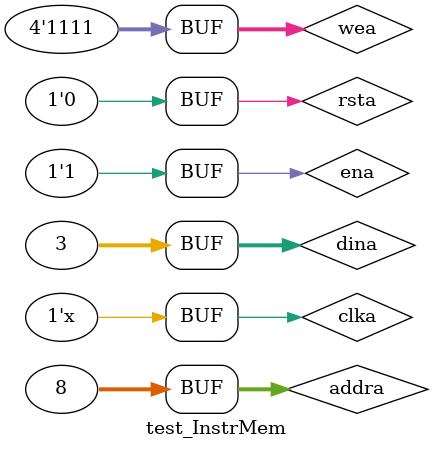
<source format=v>
`timescale 1ns / 1ps


module test_InstrMem;

    // Inputs
    reg [31:0] addra; 
	reg clka;
	reg [31:0] dina; 
    reg ena;
    reg rsta; 
    reg [3:0] wea; 
	// Outputs
	wire [31:0] douta;

	// Instantiate the Unit Under Test (UUT)
	Instruction_memory uut (
		.addra(addra), 
		.clka(clka),
		.dina(dina),
		.ena(ena),
		.rsta(rsta),
		.wea(wea),
		.douta(douta)
	);
    
    initial begin
        // Initialize Inputs
        clka = 1;
        addra = 32'h00000000; 
        dina = 32'h00000000; 
        ena = 0;
        rsta = 0; 
        wea = 4'b0000;
        #20; // rsta = 1; todavia no escribe 
        addra = 32'h00000000; 
        dina = 32'h00000000; 
        ena = 0;
        rsta = 1; 
        wea = 4'b0000;
        #20; // rsta = 0; ena = 1; todavia no escribe
        addra = 32'h00000000; 
        dina = 32'h00000001; 
        ena = 1;
        rsta = 0; 
        wea = 4'b1111;
        // comienza la escritura
        #20; // rsta = 0; ena = 1; escribe direccion 0
        addra = 32'h00000000; 
        dina = 32'h00000001; 
        ena = 1;
        rsta = 0; 
        wea = 4'b1111;
        #20; // rsta = 0; ena = 1; escribe direccion 4
        addra = 32'h00000004; 
        dina = 32'h00000002; 
        ena = 1;
        rsta = 0; 
        wea = 4'b1111;
        #20; // rsta = 0; ena = 1; escribe direccion 8
        addra = 32'h00000008; 
        dina = 32'h00000003; 
        ena = 1;
        rsta = 0; 
        wea = 4'b1111;     
    end
    
   always begin //clock de la placa 50Mhz
        #10 clka=~clka;
    end   

endmodule

</source>
